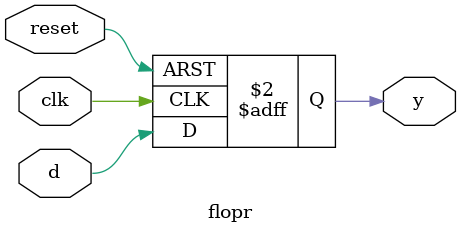
<source format=sv>
module flopr(input logic clk, reset, d,
             output logic y);

    always_ff @(posedge clk, posedge reset) begin
        if (reset) y = 0;
        else y = d;
    end

endmodule
</source>
